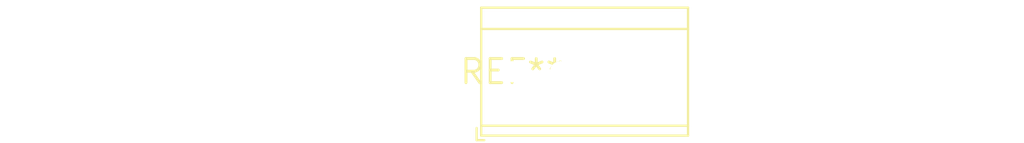
<source format=kicad_pcb>
(kicad_pcb (version 20240108) (generator pcbnew)
  (layers (0 "F.Cu" signal) (31 "B.Cu" signal) (34 "B.Paste" user) (35 "F.Paste" user) (36 "B.SilkS" user "B.Silkscreen") (37 "F.SilkS" user "F.Silkscreen") (38 "B.Mask" user) (39 "F.Mask" user) (44 "Edge.Cuts" user))
  (net 0 "")
  (footprint "TerminalBlock_TE_282834-4_1x04_P2.54mm_Horizontal" (layer "F.Cu") (at 0 0)
    (property "Reference" "REF**")
    (property "Value" "TerminalBlock_TE_282834-4_1x04_P2.54mm_Horizontal")
    (fp_line (start -1.86 2.97) (end -1.86 3.61) (layer "F.SilkS") (stroke (width 0.12)))
    (fp_line (start -1.86 3.61) (end -1.46 3.61) (layer "F.SilkS") (stroke (width 0.12)))
    (fp_line (start -1.62 -3.37) (end -1.62 3.37) (layer "F.SilkS") (stroke (width 0.12)))
    (fp_line (start -1.62 -3.37) (end 9.241 -3.37) (layer "F.SilkS") (stroke (width 0.12)))
    (fp_line (start -1.62 -2.25) (end 9.241 -2.25) (layer "F.SilkS") (stroke (width 0.12)))
    (fp_line (start -1.62 2.85) (end 9.241 2.85) (layer "F.SilkS") (stroke (width 0.12)))
    (fp_line (start -1.62 3.37) (end 9.241 3.37) (layer "F.SilkS") (stroke (width 0.12)))
    (fp_line (start 9.241 -3.37) (end 9.241 3.37) (layer "F.SilkS") (stroke (width 0.12)))
    (pad "1" thru_hole rect (at 0 0) (size 2.1 2.1) (drill 1.1) (layers *.Cu *.Mask) (remove_unused_layers))
    (pad "2" thru_hole circle (at 2.54 0) (size 2.1 2.1) (drill 1.1) (layers *.Cu *.Mask) (remove_unused_layers))
    (pad "3" thru_hole circle (at 5.08 0) (size 2.1 2.1) (drill 1.1) (layers *.Cu *.Mask) (remove_unused_layers))
    (pad "4" thru_hole circle (at 7.62 0) (size 2.1 2.1) (drill 1.1) (layers *.Cu *.Mask) (remove_unused_layers))
  )
)
</source>
